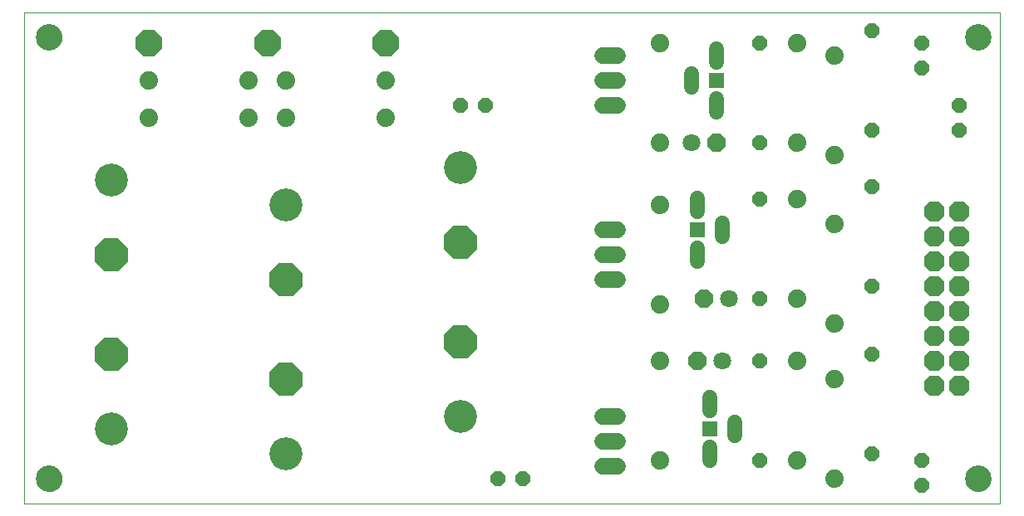
<source format=gbs>
G75*
%MOIN*%
%OFA0B0*%
%FSLAX25Y25*%
%IPPOS*%
%LPD*%
%AMOC8*
5,1,8,0,0,1.08239X$1,22.5*
%
%ADD10C,0.00000*%
%ADD11C,0.10643*%
%ADD12OC8,0.08200*%
%ADD13C,0.07400*%
%ADD14OC8,0.10800*%
%ADD15OC8,0.13200*%
%ADD16C,0.13200*%
%ADD17OC8,0.06000*%
%ADD18C,0.06800*%
%ADD19C,0.06000*%
%ADD20R,0.05950X0.05950*%
%ADD21C,0.07100*%
%ADD22OC8,0.07100*%
D10*
X0001000Y0001500D02*
X0001000Y0198961D01*
X0392201Y0198961D01*
X0392201Y0001500D01*
X0001000Y0001500D01*
X0006079Y0011500D02*
X0006081Y0011640D01*
X0006087Y0011780D01*
X0006097Y0011919D01*
X0006111Y0012058D01*
X0006129Y0012197D01*
X0006150Y0012335D01*
X0006176Y0012473D01*
X0006206Y0012610D01*
X0006239Y0012745D01*
X0006277Y0012880D01*
X0006318Y0013014D01*
X0006363Y0013147D01*
X0006411Y0013278D01*
X0006464Y0013407D01*
X0006520Y0013536D01*
X0006579Y0013662D01*
X0006643Y0013787D01*
X0006709Y0013910D01*
X0006780Y0014031D01*
X0006853Y0014150D01*
X0006930Y0014267D01*
X0007011Y0014381D01*
X0007094Y0014493D01*
X0007181Y0014603D01*
X0007271Y0014711D01*
X0007363Y0014815D01*
X0007459Y0014917D01*
X0007558Y0015017D01*
X0007659Y0015113D01*
X0007763Y0015207D01*
X0007870Y0015297D01*
X0007979Y0015384D01*
X0008091Y0015469D01*
X0008205Y0015550D01*
X0008321Y0015628D01*
X0008439Y0015702D01*
X0008560Y0015773D01*
X0008682Y0015841D01*
X0008807Y0015905D01*
X0008933Y0015966D01*
X0009060Y0016023D01*
X0009190Y0016076D01*
X0009321Y0016126D01*
X0009453Y0016171D01*
X0009586Y0016214D01*
X0009721Y0016252D01*
X0009856Y0016286D01*
X0009993Y0016317D01*
X0010130Y0016344D01*
X0010268Y0016366D01*
X0010407Y0016385D01*
X0010546Y0016400D01*
X0010685Y0016411D01*
X0010825Y0016418D01*
X0010965Y0016421D01*
X0011105Y0016420D01*
X0011245Y0016415D01*
X0011384Y0016406D01*
X0011524Y0016393D01*
X0011663Y0016376D01*
X0011801Y0016355D01*
X0011939Y0016331D01*
X0012076Y0016302D01*
X0012212Y0016270D01*
X0012347Y0016233D01*
X0012481Y0016193D01*
X0012614Y0016149D01*
X0012745Y0016101D01*
X0012875Y0016050D01*
X0013004Y0015995D01*
X0013131Y0015936D01*
X0013256Y0015873D01*
X0013379Y0015808D01*
X0013501Y0015738D01*
X0013620Y0015665D01*
X0013738Y0015589D01*
X0013853Y0015510D01*
X0013966Y0015427D01*
X0014076Y0015341D01*
X0014184Y0015252D01*
X0014289Y0015160D01*
X0014392Y0015065D01*
X0014492Y0014967D01*
X0014589Y0014867D01*
X0014683Y0014763D01*
X0014775Y0014657D01*
X0014863Y0014549D01*
X0014948Y0014438D01*
X0015030Y0014324D01*
X0015109Y0014208D01*
X0015184Y0014091D01*
X0015256Y0013971D01*
X0015324Y0013849D01*
X0015389Y0013725D01*
X0015451Y0013599D01*
X0015509Y0013472D01*
X0015563Y0013343D01*
X0015614Y0013212D01*
X0015660Y0013080D01*
X0015703Y0012947D01*
X0015743Y0012813D01*
X0015778Y0012678D01*
X0015810Y0012541D01*
X0015837Y0012404D01*
X0015861Y0012266D01*
X0015881Y0012128D01*
X0015897Y0011989D01*
X0015909Y0011849D01*
X0015917Y0011710D01*
X0015921Y0011570D01*
X0015921Y0011430D01*
X0015917Y0011290D01*
X0015909Y0011151D01*
X0015897Y0011011D01*
X0015881Y0010872D01*
X0015861Y0010734D01*
X0015837Y0010596D01*
X0015810Y0010459D01*
X0015778Y0010322D01*
X0015743Y0010187D01*
X0015703Y0010053D01*
X0015660Y0009920D01*
X0015614Y0009788D01*
X0015563Y0009657D01*
X0015509Y0009528D01*
X0015451Y0009401D01*
X0015389Y0009275D01*
X0015324Y0009151D01*
X0015256Y0009029D01*
X0015184Y0008909D01*
X0015109Y0008792D01*
X0015030Y0008676D01*
X0014948Y0008562D01*
X0014863Y0008451D01*
X0014775Y0008343D01*
X0014683Y0008237D01*
X0014589Y0008133D01*
X0014492Y0008033D01*
X0014392Y0007935D01*
X0014289Y0007840D01*
X0014184Y0007748D01*
X0014076Y0007659D01*
X0013966Y0007573D01*
X0013853Y0007490D01*
X0013738Y0007411D01*
X0013620Y0007335D01*
X0013501Y0007262D01*
X0013379Y0007192D01*
X0013256Y0007127D01*
X0013131Y0007064D01*
X0013004Y0007005D01*
X0012875Y0006950D01*
X0012745Y0006899D01*
X0012614Y0006851D01*
X0012481Y0006807D01*
X0012347Y0006767D01*
X0012212Y0006730D01*
X0012076Y0006698D01*
X0011939Y0006669D01*
X0011801Y0006645D01*
X0011663Y0006624D01*
X0011524Y0006607D01*
X0011384Y0006594D01*
X0011245Y0006585D01*
X0011105Y0006580D01*
X0010965Y0006579D01*
X0010825Y0006582D01*
X0010685Y0006589D01*
X0010546Y0006600D01*
X0010407Y0006615D01*
X0010268Y0006634D01*
X0010130Y0006656D01*
X0009993Y0006683D01*
X0009856Y0006714D01*
X0009721Y0006748D01*
X0009586Y0006786D01*
X0009453Y0006829D01*
X0009321Y0006874D01*
X0009190Y0006924D01*
X0009060Y0006977D01*
X0008933Y0007034D01*
X0008807Y0007095D01*
X0008682Y0007159D01*
X0008560Y0007227D01*
X0008439Y0007298D01*
X0008321Y0007372D01*
X0008205Y0007450D01*
X0008091Y0007531D01*
X0007979Y0007616D01*
X0007870Y0007703D01*
X0007763Y0007793D01*
X0007659Y0007887D01*
X0007558Y0007983D01*
X0007459Y0008083D01*
X0007363Y0008185D01*
X0007271Y0008289D01*
X0007181Y0008397D01*
X0007094Y0008507D01*
X0007011Y0008619D01*
X0006930Y0008733D01*
X0006853Y0008850D01*
X0006780Y0008969D01*
X0006709Y0009090D01*
X0006643Y0009213D01*
X0006579Y0009338D01*
X0006520Y0009464D01*
X0006464Y0009593D01*
X0006411Y0009722D01*
X0006363Y0009853D01*
X0006318Y0009986D01*
X0006277Y0010120D01*
X0006239Y0010255D01*
X0006206Y0010390D01*
X0006176Y0010527D01*
X0006150Y0010665D01*
X0006129Y0010803D01*
X0006111Y0010942D01*
X0006097Y0011081D01*
X0006087Y0011220D01*
X0006081Y0011360D01*
X0006079Y0011500D01*
X0006079Y0189000D02*
X0006081Y0189140D01*
X0006087Y0189280D01*
X0006097Y0189419D01*
X0006111Y0189558D01*
X0006129Y0189697D01*
X0006150Y0189835D01*
X0006176Y0189973D01*
X0006206Y0190110D01*
X0006239Y0190245D01*
X0006277Y0190380D01*
X0006318Y0190514D01*
X0006363Y0190647D01*
X0006411Y0190778D01*
X0006464Y0190907D01*
X0006520Y0191036D01*
X0006579Y0191162D01*
X0006643Y0191287D01*
X0006709Y0191410D01*
X0006780Y0191531D01*
X0006853Y0191650D01*
X0006930Y0191767D01*
X0007011Y0191881D01*
X0007094Y0191993D01*
X0007181Y0192103D01*
X0007271Y0192211D01*
X0007363Y0192315D01*
X0007459Y0192417D01*
X0007558Y0192517D01*
X0007659Y0192613D01*
X0007763Y0192707D01*
X0007870Y0192797D01*
X0007979Y0192884D01*
X0008091Y0192969D01*
X0008205Y0193050D01*
X0008321Y0193128D01*
X0008439Y0193202D01*
X0008560Y0193273D01*
X0008682Y0193341D01*
X0008807Y0193405D01*
X0008933Y0193466D01*
X0009060Y0193523D01*
X0009190Y0193576D01*
X0009321Y0193626D01*
X0009453Y0193671D01*
X0009586Y0193714D01*
X0009721Y0193752D01*
X0009856Y0193786D01*
X0009993Y0193817D01*
X0010130Y0193844D01*
X0010268Y0193866D01*
X0010407Y0193885D01*
X0010546Y0193900D01*
X0010685Y0193911D01*
X0010825Y0193918D01*
X0010965Y0193921D01*
X0011105Y0193920D01*
X0011245Y0193915D01*
X0011384Y0193906D01*
X0011524Y0193893D01*
X0011663Y0193876D01*
X0011801Y0193855D01*
X0011939Y0193831D01*
X0012076Y0193802D01*
X0012212Y0193770D01*
X0012347Y0193733D01*
X0012481Y0193693D01*
X0012614Y0193649D01*
X0012745Y0193601D01*
X0012875Y0193550D01*
X0013004Y0193495D01*
X0013131Y0193436D01*
X0013256Y0193373D01*
X0013379Y0193308D01*
X0013501Y0193238D01*
X0013620Y0193165D01*
X0013738Y0193089D01*
X0013853Y0193010D01*
X0013966Y0192927D01*
X0014076Y0192841D01*
X0014184Y0192752D01*
X0014289Y0192660D01*
X0014392Y0192565D01*
X0014492Y0192467D01*
X0014589Y0192367D01*
X0014683Y0192263D01*
X0014775Y0192157D01*
X0014863Y0192049D01*
X0014948Y0191938D01*
X0015030Y0191824D01*
X0015109Y0191708D01*
X0015184Y0191591D01*
X0015256Y0191471D01*
X0015324Y0191349D01*
X0015389Y0191225D01*
X0015451Y0191099D01*
X0015509Y0190972D01*
X0015563Y0190843D01*
X0015614Y0190712D01*
X0015660Y0190580D01*
X0015703Y0190447D01*
X0015743Y0190313D01*
X0015778Y0190178D01*
X0015810Y0190041D01*
X0015837Y0189904D01*
X0015861Y0189766D01*
X0015881Y0189628D01*
X0015897Y0189489D01*
X0015909Y0189349D01*
X0015917Y0189210D01*
X0015921Y0189070D01*
X0015921Y0188930D01*
X0015917Y0188790D01*
X0015909Y0188651D01*
X0015897Y0188511D01*
X0015881Y0188372D01*
X0015861Y0188234D01*
X0015837Y0188096D01*
X0015810Y0187959D01*
X0015778Y0187822D01*
X0015743Y0187687D01*
X0015703Y0187553D01*
X0015660Y0187420D01*
X0015614Y0187288D01*
X0015563Y0187157D01*
X0015509Y0187028D01*
X0015451Y0186901D01*
X0015389Y0186775D01*
X0015324Y0186651D01*
X0015256Y0186529D01*
X0015184Y0186409D01*
X0015109Y0186292D01*
X0015030Y0186176D01*
X0014948Y0186062D01*
X0014863Y0185951D01*
X0014775Y0185843D01*
X0014683Y0185737D01*
X0014589Y0185633D01*
X0014492Y0185533D01*
X0014392Y0185435D01*
X0014289Y0185340D01*
X0014184Y0185248D01*
X0014076Y0185159D01*
X0013966Y0185073D01*
X0013853Y0184990D01*
X0013738Y0184911D01*
X0013620Y0184835D01*
X0013501Y0184762D01*
X0013379Y0184692D01*
X0013256Y0184627D01*
X0013131Y0184564D01*
X0013004Y0184505D01*
X0012875Y0184450D01*
X0012745Y0184399D01*
X0012614Y0184351D01*
X0012481Y0184307D01*
X0012347Y0184267D01*
X0012212Y0184230D01*
X0012076Y0184198D01*
X0011939Y0184169D01*
X0011801Y0184145D01*
X0011663Y0184124D01*
X0011524Y0184107D01*
X0011384Y0184094D01*
X0011245Y0184085D01*
X0011105Y0184080D01*
X0010965Y0184079D01*
X0010825Y0184082D01*
X0010685Y0184089D01*
X0010546Y0184100D01*
X0010407Y0184115D01*
X0010268Y0184134D01*
X0010130Y0184156D01*
X0009993Y0184183D01*
X0009856Y0184214D01*
X0009721Y0184248D01*
X0009586Y0184286D01*
X0009453Y0184329D01*
X0009321Y0184374D01*
X0009190Y0184424D01*
X0009060Y0184477D01*
X0008933Y0184534D01*
X0008807Y0184595D01*
X0008682Y0184659D01*
X0008560Y0184727D01*
X0008439Y0184798D01*
X0008321Y0184872D01*
X0008205Y0184950D01*
X0008091Y0185031D01*
X0007979Y0185116D01*
X0007870Y0185203D01*
X0007763Y0185293D01*
X0007659Y0185387D01*
X0007558Y0185483D01*
X0007459Y0185583D01*
X0007363Y0185685D01*
X0007271Y0185789D01*
X0007181Y0185897D01*
X0007094Y0186007D01*
X0007011Y0186119D01*
X0006930Y0186233D01*
X0006853Y0186350D01*
X0006780Y0186469D01*
X0006709Y0186590D01*
X0006643Y0186713D01*
X0006579Y0186838D01*
X0006520Y0186964D01*
X0006464Y0187093D01*
X0006411Y0187222D01*
X0006363Y0187353D01*
X0006318Y0187486D01*
X0006277Y0187620D01*
X0006239Y0187755D01*
X0006206Y0187890D01*
X0006176Y0188027D01*
X0006150Y0188165D01*
X0006129Y0188303D01*
X0006111Y0188442D01*
X0006097Y0188581D01*
X0006087Y0188720D01*
X0006081Y0188860D01*
X0006079Y0189000D01*
X0378579Y0189000D02*
X0378581Y0189140D01*
X0378587Y0189280D01*
X0378597Y0189419D01*
X0378611Y0189558D01*
X0378629Y0189697D01*
X0378650Y0189835D01*
X0378676Y0189973D01*
X0378706Y0190110D01*
X0378739Y0190245D01*
X0378777Y0190380D01*
X0378818Y0190514D01*
X0378863Y0190647D01*
X0378911Y0190778D01*
X0378964Y0190907D01*
X0379020Y0191036D01*
X0379079Y0191162D01*
X0379143Y0191287D01*
X0379209Y0191410D01*
X0379280Y0191531D01*
X0379353Y0191650D01*
X0379430Y0191767D01*
X0379511Y0191881D01*
X0379594Y0191993D01*
X0379681Y0192103D01*
X0379771Y0192211D01*
X0379863Y0192315D01*
X0379959Y0192417D01*
X0380058Y0192517D01*
X0380159Y0192613D01*
X0380263Y0192707D01*
X0380370Y0192797D01*
X0380479Y0192884D01*
X0380591Y0192969D01*
X0380705Y0193050D01*
X0380821Y0193128D01*
X0380939Y0193202D01*
X0381060Y0193273D01*
X0381182Y0193341D01*
X0381307Y0193405D01*
X0381433Y0193466D01*
X0381560Y0193523D01*
X0381690Y0193576D01*
X0381821Y0193626D01*
X0381953Y0193671D01*
X0382086Y0193714D01*
X0382221Y0193752D01*
X0382356Y0193786D01*
X0382493Y0193817D01*
X0382630Y0193844D01*
X0382768Y0193866D01*
X0382907Y0193885D01*
X0383046Y0193900D01*
X0383185Y0193911D01*
X0383325Y0193918D01*
X0383465Y0193921D01*
X0383605Y0193920D01*
X0383745Y0193915D01*
X0383884Y0193906D01*
X0384024Y0193893D01*
X0384163Y0193876D01*
X0384301Y0193855D01*
X0384439Y0193831D01*
X0384576Y0193802D01*
X0384712Y0193770D01*
X0384847Y0193733D01*
X0384981Y0193693D01*
X0385114Y0193649D01*
X0385245Y0193601D01*
X0385375Y0193550D01*
X0385504Y0193495D01*
X0385631Y0193436D01*
X0385756Y0193373D01*
X0385879Y0193308D01*
X0386001Y0193238D01*
X0386120Y0193165D01*
X0386238Y0193089D01*
X0386353Y0193010D01*
X0386466Y0192927D01*
X0386576Y0192841D01*
X0386684Y0192752D01*
X0386789Y0192660D01*
X0386892Y0192565D01*
X0386992Y0192467D01*
X0387089Y0192367D01*
X0387183Y0192263D01*
X0387275Y0192157D01*
X0387363Y0192049D01*
X0387448Y0191938D01*
X0387530Y0191824D01*
X0387609Y0191708D01*
X0387684Y0191591D01*
X0387756Y0191471D01*
X0387824Y0191349D01*
X0387889Y0191225D01*
X0387951Y0191099D01*
X0388009Y0190972D01*
X0388063Y0190843D01*
X0388114Y0190712D01*
X0388160Y0190580D01*
X0388203Y0190447D01*
X0388243Y0190313D01*
X0388278Y0190178D01*
X0388310Y0190041D01*
X0388337Y0189904D01*
X0388361Y0189766D01*
X0388381Y0189628D01*
X0388397Y0189489D01*
X0388409Y0189349D01*
X0388417Y0189210D01*
X0388421Y0189070D01*
X0388421Y0188930D01*
X0388417Y0188790D01*
X0388409Y0188651D01*
X0388397Y0188511D01*
X0388381Y0188372D01*
X0388361Y0188234D01*
X0388337Y0188096D01*
X0388310Y0187959D01*
X0388278Y0187822D01*
X0388243Y0187687D01*
X0388203Y0187553D01*
X0388160Y0187420D01*
X0388114Y0187288D01*
X0388063Y0187157D01*
X0388009Y0187028D01*
X0387951Y0186901D01*
X0387889Y0186775D01*
X0387824Y0186651D01*
X0387756Y0186529D01*
X0387684Y0186409D01*
X0387609Y0186292D01*
X0387530Y0186176D01*
X0387448Y0186062D01*
X0387363Y0185951D01*
X0387275Y0185843D01*
X0387183Y0185737D01*
X0387089Y0185633D01*
X0386992Y0185533D01*
X0386892Y0185435D01*
X0386789Y0185340D01*
X0386684Y0185248D01*
X0386576Y0185159D01*
X0386466Y0185073D01*
X0386353Y0184990D01*
X0386238Y0184911D01*
X0386120Y0184835D01*
X0386001Y0184762D01*
X0385879Y0184692D01*
X0385756Y0184627D01*
X0385631Y0184564D01*
X0385504Y0184505D01*
X0385375Y0184450D01*
X0385245Y0184399D01*
X0385114Y0184351D01*
X0384981Y0184307D01*
X0384847Y0184267D01*
X0384712Y0184230D01*
X0384576Y0184198D01*
X0384439Y0184169D01*
X0384301Y0184145D01*
X0384163Y0184124D01*
X0384024Y0184107D01*
X0383884Y0184094D01*
X0383745Y0184085D01*
X0383605Y0184080D01*
X0383465Y0184079D01*
X0383325Y0184082D01*
X0383185Y0184089D01*
X0383046Y0184100D01*
X0382907Y0184115D01*
X0382768Y0184134D01*
X0382630Y0184156D01*
X0382493Y0184183D01*
X0382356Y0184214D01*
X0382221Y0184248D01*
X0382086Y0184286D01*
X0381953Y0184329D01*
X0381821Y0184374D01*
X0381690Y0184424D01*
X0381560Y0184477D01*
X0381433Y0184534D01*
X0381307Y0184595D01*
X0381182Y0184659D01*
X0381060Y0184727D01*
X0380939Y0184798D01*
X0380821Y0184872D01*
X0380705Y0184950D01*
X0380591Y0185031D01*
X0380479Y0185116D01*
X0380370Y0185203D01*
X0380263Y0185293D01*
X0380159Y0185387D01*
X0380058Y0185483D01*
X0379959Y0185583D01*
X0379863Y0185685D01*
X0379771Y0185789D01*
X0379681Y0185897D01*
X0379594Y0186007D01*
X0379511Y0186119D01*
X0379430Y0186233D01*
X0379353Y0186350D01*
X0379280Y0186469D01*
X0379209Y0186590D01*
X0379143Y0186713D01*
X0379079Y0186838D01*
X0379020Y0186964D01*
X0378964Y0187093D01*
X0378911Y0187222D01*
X0378863Y0187353D01*
X0378818Y0187486D01*
X0378777Y0187620D01*
X0378739Y0187755D01*
X0378706Y0187890D01*
X0378676Y0188027D01*
X0378650Y0188165D01*
X0378629Y0188303D01*
X0378611Y0188442D01*
X0378597Y0188581D01*
X0378587Y0188720D01*
X0378581Y0188860D01*
X0378579Y0189000D01*
X0378579Y0011500D02*
X0378581Y0011640D01*
X0378587Y0011780D01*
X0378597Y0011919D01*
X0378611Y0012058D01*
X0378629Y0012197D01*
X0378650Y0012335D01*
X0378676Y0012473D01*
X0378706Y0012610D01*
X0378739Y0012745D01*
X0378777Y0012880D01*
X0378818Y0013014D01*
X0378863Y0013147D01*
X0378911Y0013278D01*
X0378964Y0013407D01*
X0379020Y0013536D01*
X0379079Y0013662D01*
X0379143Y0013787D01*
X0379209Y0013910D01*
X0379280Y0014031D01*
X0379353Y0014150D01*
X0379430Y0014267D01*
X0379511Y0014381D01*
X0379594Y0014493D01*
X0379681Y0014603D01*
X0379771Y0014711D01*
X0379863Y0014815D01*
X0379959Y0014917D01*
X0380058Y0015017D01*
X0380159Y0015113D01*
X0380263Y0015207D01*
X0380370Y0015297D01*
X0380479Y0015384D01*
X0380591Y0015469D01*
X0380705Y0015550D01*
X0380821Y0015628D01*
X0380939Y0015702D01*
X0381060Y0015773D01*
X0381182Y0015841D01*
X0381307Y0015905D01*
X0381433Y0015966D01*
X0381560Y0016023D01*
X0381690Y0016076D01*
X0381821Y0016126D01*
X0381953Y0016171D01*
X0382086Y0016214D01*
X0382221Y0016252D01*
X0382356Y0016286D01*
X0382493Y0016317D01*
X0382630Y0016344D01*
X0382768Y0016366D01*
X0382907Y0016385D01*
X0383046Y0016400D01*
X0383185Y0016411D01*
X0383325Y0016418D01*
X0383465Y0016421D01*
X0383605Y0016420D01*
X0383745Y0016415D01*
X0383884Y0016406D01*
X0384024Y0016393D01*
X0384163Y0016376D01*
X0384301Y0016355D01*
X0384439Y0016331D01*
X0384576Y0016302D01*
X0384712Y0016270D01*
X0384847Y0016233D01*
X0384981Y0016193D01*
X0385114Y0016149D01*
X0385245Y0016101D01*
X0385375Y0016050D01*
X0385504Y0015995D01*
X0385631Y0015936D01*
X0385756Y0015873D01*
X0385879Y0015808D01*
X0386001Y0015738D01*
X0386120Y0015665D01*
X0386238Y0015589D01*
X0386353Y0015510D01*
X0386466Y0015427D01*
X0386576Y0015341D01*
X0386684Y0015252D01*
X0386789Y0015160D01*
X0386892Y0015065D01*
X0386992Y0014967D01*
X0387089Y0014867D01*
X0387183Y0014763D01*
X0387275Y0014657D01*
X0387363Y0014549D01*
X0387448Y0014438D01*
X0387530Y0014324D01*
X0387609Y0014208D01*
X0387684Y0014091D01*
X0387756Y0013971D01*
X0387824Y0013849D01*
X0387889Y0013725D01*
X0387951Y0013599D01*
X0388009Y0013472D01*
X0388063Y0013343D01*
X0388114Y0013212D01*
X0388160Y0013080D01*
X0388203Y0012947D01*
X0388243Y0012813D01*
X0388278Y0012678D01*
X0388310Y0012541D01*
X0388337Y0012404D01*
X0388361Y0012266D01*
X0388381Y0012128D01*
X0388397Y0011989D01*
X0388409Y0011849D01*
X0388417Y0011710D01*
X0388421Y0011570D01*
X0388421Y0011430D01*
X0388417Y0011290D01*
X0388409Y0011151D01*
X0388397Y0011011D01*
X0388381Y0010872D01*
X0388361Y0010734D01*
X0388337Y0010596D01*
X0388310Y0010459D01*
X0388278Y0010322D01*
X0388243Y0010187D01*
X0388203Y0010053D01*
X0388160Y0009920D01*
X0388114Y0009788D01*
X0388063Y0009657D01*
X0388009Y0009528D01*
X0387951Y0009401D01*
X0387889Y0009275D01*
X0387824Y0009151D01*
X0387756Y0009029D01*
X0387684Y0008909D01*
X0387609Y0008792D01*
X0387530Y0008676D01*
X0387448Y0008562D01*
X0387363Y0008451D01*
X0387275Y0008343D01*
X0387183Y0008237D01*
X0387089Y0008133D01*
X0386992Y0008033D01*
X0386892Y0007935D01*
X0386789Y0007840D01*
X0386684Y0007748D01*
X0386576Y0007659D01*
X0386466Y0007573D01*
X0386353Y0007490D01*
X0386238Y0007411D01*
X0386120Y0007335D01*
X0386001Y0007262D01*
X0385879Y0007192D01*
X0385756Y0007127D01*
X0385631Y0007064D01*
X0385504Y0007005D01*
X0385375Y0006950D01*
X0385245Y0006899D01*
X0385114Y0006851D01*
X0384981Y0006807D01*
X0384847Y0006767D01*
X0384712Y0006730D01*
X0384576Y0006698D01*
X0384439Y0006669D01*
X0384301Y0006645D01*
X0384163Y0006624D01*
X0384024Y0006607D01*
X0383884Y0006594D01*
X0383745Y0006585D01*
X0383605Y0006580D01*
X0383465Y0006579D01*
X0383325Y0006582D01*
X0383185Y0006589D01*
X0383046Y0006600D01*
X0382907Y0006615D01*
X0382768Y0006634D01*
X0382630Y0006656D01*
X0382493Y0006683D01*
X0382356Y0006714D01*
X0382221Y0006748D01*
X0382086Y0006786D01*
X0381953Y0006829D01*
X0381821Y0006874D01*
X0381690Y0006924D01*
X0381560Y0006977D01*
X0381433Y0007034D01*
X0381307Y0007095D01*
X0381182Y0007159D01*
X0381060Y0007227D01*
X0380939Y0007298D01*
X0380821Y0007372D01*
X0380705Y0007450D01*
X0380591Y0007531D01*
X0380479Y0007616D01*
X0380370Y0007703D01*
X0380263Y0007793D01*
X0380159Y0007887D01*
X0380058Y0007983D01*
X0379959Y0008083D01*
X0379863Y0008185D01*
X0379771Y0008289D01*
X0379681Y0008397D01*
X0379594Y0008507D01*
X0379511Y0008619D01*
X0379430Y0008733D01*
X0379353Y0008850D01*
X0379280Y0008969D01*
X0379209Y0009090D01*
X0379143Y0009213D01*
X0379079Y0009338D01*
X0379020Y0009464D01*
X0378964Y0009593D01*
X0378911Y0009722D01*
X0378863Y0009853D01*
X0378818Y0009986D01*
X0378777Y0010120D01*
X0378739Y0010255D01*
X0378706Y0010390D01*
X0378676Y0010527D01*
X0378650Y0010665D01*
X0378629Y0010803D01*
X0378611Y0010942D01*
X0378597Y0011081D01*
X0378587Y0011220D01*
X0378581Y0011360D01*
X0378579Y0011500D01*
D11*
X0383500Y0011500D03*
X0383500Y0189000D03*
X0011000Y0189000D03*
X0011000Y0011500D03*
D12*
X0366000Y0049000D03*
X0376000Y0049000D03*
X0376000Y0059000D03*
X0366000Y0059000D03*
X0366000Y0069000D03*
X0376000Y0069000D03*
X0376000Y0079000D03*
X0366000Y0079000D03*
X0366000Y0089000D03*
X0376000Y0089000D03*
X0376000Y0099000D03*
X0366000Y0099000D03*
X0366000Y0109000D03*
X0376000Y0109000D03*
X0376000Y0119000D03*
X0366000Y0119000D03*
D13*
X0326000Y0114000D03*
X0311000Y0124000D03*
X0326000Y0141500D03*
X0311000Y0146500D03*
X0256000Y0146500D03*
X0256000Y0121500D03*
X0311000Y0084000D03*
X0326000Y0074000D03*
X0311000Y0059000D03*
X0326000Y0051500D03*
X0311000Y0019000D03*
X0326000Y0011500D03*
X0256000Y0019000D03*
X0256000Y0059000D03*
X0256000Y0081500D03*
X0146000Y0156500D03*
X0146000Y0171500D03*
X0106000Y0171500D03*
X0091000Y0171500D03*
X0091000Y0156500D03*
X0106000Y0156500D03*
X0051000Y0156500D03*
X0051000Y0171500D03*
X0256000Y0186500D03*
X0311000Y0186500D03*
X0326000Y0181500D03*
D14*
X0146000Y0186500D03*
X0098500Y0186500D03*
X0051000Y0186500D03*
D15*
X0176000Y0106500D03*
X0106000Y0091500D03*
X0036000Y0101500D03*
X0036000Y0061500D03*
X0106000Y0051500D03*
X0176000Y0066500D03*
D16*
X0176000Y0036500D03*
X0106000Y0021500D03*
X0036000Y0031500D03*
X0106000Y0121500D03*
X0036000Y0131500D03*
X0176000Y0136500D03*
D17*
X0176000Y0161500D03*
X0186000Y0161500D03*
X0296000Y0146500D03*
X0296000Y0124000D03*
X0341000Y0129000D03*
X0341000Y0151500D03*
X0376000Y0151500D03*
X0376000Y0161500D03*
X0361000Y0176500D03*
X0361000Y0186500D03*
X0341000Y0191500D03*
X0296000Y0186500D03*
X0341000Y0089000D03*
X0296000Y0084000D03*
X0341000Y0061500D03*
X0296000Y0059000D03*
X0341000Y0021500D03*
X0361000Y0019000D03*
X0361000Y0009000D03*
X0296000Y0019000D03*
X0201000Y0011500D03*
X0191000Y0011500D03*
D18*
X0233000Y0016500D02*
X0239000Y0016500D01*
X0239000Y0026500D02*
X0233000Y0026500D01*
X0233000Y0036500D02*
X0239000Y0036500D01*
X0239000Y0091500D02*
X0233000Y0091500D01*
X0233000Y0101500D02*
X0239000Y0101500D01*
X0239000Y0111500D02*
X0233000Y0111500D01*
X0233000Y0161500D02*
X0239000Y0161500D01*
X0239000Y0171500D02*
X0233000Y0171500D01*
X0233000Y0181500D02*
X0239000Y0181500D01*
D19*
X0268500Y0174100D02*
X0268500Y0168900D01*
X0278500Y0164100D02*
X0278500Y0158900D01*
X0278500Y0178900D02*
X0278500Y0184100D01*
X0271000Y0124100D02*
X0271000Y0118900D01*
X0281000Y0114100D02*
X0281000Y0108900D01*
X0271000Y0104100D02*
X0271000Y0098900D01*
X0276000Y0044100D02*
X0276000Y0038900D01*
X0286000Y0034100D02*
X0286000Y0028900D01*
X0276000Y0024100D02*
X0276000Y0018900D01*
D20*
X0276000Y0031500D03*
X0271000Y0111500D03*
X0278500Y0171500D03*
D21*
X0268500Y0146500D03*
X0283500Y0084000D03*
X0281000Y0059000D03*
D22*
X0271000Y0059000D03*
X0273500Y0084000D03*
X0278500Y0146500D03*
M02*

</source>
